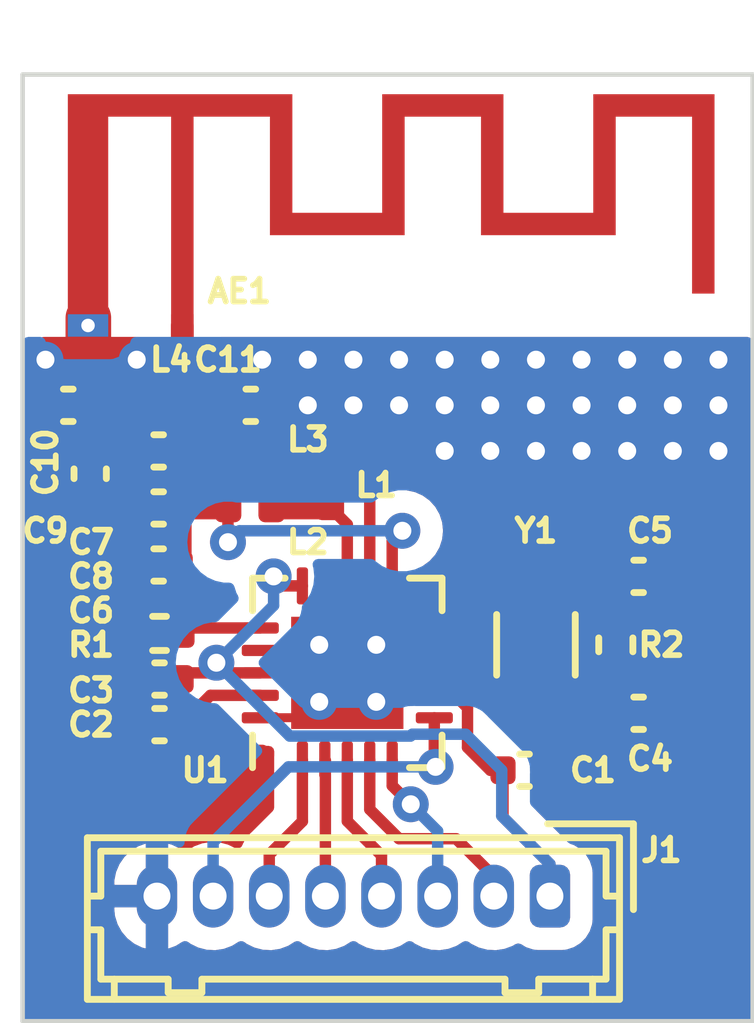
<source format=kicad_pcb>
(kicad_pcb (version 20221018) (generator pcbnew)
  (layers (0 "F.Cu" signal) (31 "B.Cu" signal) (34 "B.Paste" user) (35 "F.Paste" user) (36 "B.SilkS" user "B.Silkscreen") (37 "F.SilkS" user "F.Silkscreen") (38 "B.Mask" user) (39 "F.Mask" user) (44 "Edge.Cuts" user))
  (net 0 "")
  (net 1 "Net-(AE1-A)")
  (net 2 "VDD")
  (net 3 "GND")
  (net 4 "Net-(U1-DVDD)")
  (net 5 "Net-(U1-XC2)")
  (net 6 "Net-(U1-XC1)")
  (net 7 "Net-(U1-VDD_PA)")
  (net 8 "Net-(C7-Pad1)")
  (net 9 "Net-(C10-Pad1)")
  (net 10 "Net-(J1-Pin_2)")
  (net 11 "Net-(J1-Pin_3)")
  (net 12 "Net-(J1-Pin_4)")
  (net 13 "Net-(J1-Pin_5)")
  (net 14 "Net-(J1-Pin_6)")
  (net 15 "Net-(J1-Pin_7)")
  (net 16 "Net-(U1-ANT1)")
  (net 17 "Net-(U1-ANT2)")
  (net 18 "Net-(U1-IREF)")
  (footprint "Capacitor_SMD:C_0402_1005Metric" (layer "F.Cu") (at 158.73 94.488 180)
    (fp_text reference "C6" (at 1.504 -1.016) (layer "F.SilkS") (effects (font (size 0.508 0.508) (thickness 0.1524))))
    (fp_text value "C_Small")
    (fp_line (start -0.107836 -0.36) (end 0.107836 -0.36) (stroke (width 0.1524)) (layer "F.SilkS"))
    (fp_line (start -0.107836 0.36) (end 0.107836 0.36) (stroke (width 0.1524)) (layer "F.SilkS"))
    (pad "1" smd roundrect (at -0.48 0 180) (size 0.56 0.62) (layers "F.Cu" "F.Paste" "F.Mask") (net 7 "Net-(U1-VDD_PA)"))
    (pad "2" smd roundrect (at 0.48 0 180) (size 0.56 0.62) (layers "F.Cu" "F.Paste" "F.Mask") (net 3 "GND"))
  )
  (footprint "Capacitor_SMD:C_0402_1005Metric" (layer "F.Cu") (at 158.75 98.044 180)
    (fp_text reference "C2" (at 1.524 0) (layer "F.SilkS") (effects (font (size 0.508 0.508) (thickness 0.1524))))
    (fp_text value "33n")
    (fp_line (start -0.107836 -0.36) (end 0.107836 -0.36) (stroke (width 0.1524)) (layer "F.SilkS"))
    (fp_line (start -0.107836 0.36) (end 0.107836 0.36) (stroke (width 0.1524)) (layer "F.SilkS"))
    (pad "1" smd roundrect (at -0.48 0 180) (size 0.56 0.62) (layers "F.Cu" "F.Paste" "F.Mask") (net 4 "Net-(U1-DVDD)"))
    (pad "2" smd roundrect (at 0.48 0 180) (size 0.56 0.62) (layers "F.Cu" "F.Paste" "F.Mask") (net 3 "GND"))
  )
  (footprint "Capacitor_SMD:C_0402_1005Metric" (layer "F.Cu") (at 160.782 90.932)
    (fp_text reference "C11" (at -0.508 -1.016) (layer "F.SilkS") (effects (font (size 0.508 0.508) (thickness 0.1524))))
    (fp_text value "Cx")
    (fp_line (start -0.107836 -0.36) (end 0.107836 -0.36) (stroke (width 0.1524)) (layer "F.SilkS"))
    (fp_line (start -0.107836 0.36) (end 0.107836 0.36) (stroke (width 0.1524)) (layer "F.SilkS"))
    (pad "1" smd roundrect (at -0.48 0) (size 0.56 0.62) (layers "F.Cu" "F.Paste" "F.Mask") (net 1 "Net-(AE1-A)"))
    (pad "2" smd roundrect (at 0.48 0) (size 0.56 0.62) (layers "F.Cu" "F.Paste" "F.Mask") (net 3 "GND"))
  )
  (footprint "Crystal:Crystal_SMD_3215-2Pin_3.2x1.5mm" (layer "F.Cu") (at 167.132 96.266 -90)
    (fp_text reference "Y1" (at -2.54 0 -180) (layer "F.SilkS") (effects (font (size 0.508 0.508) (thickness 0.1524))))
    (fp_text value "16MHz")
    (fp_line (start -0.675 -0.875) (end 0.675 -0.875) (stroke (width 0.1524)) (layer "F.SilkS"))
    (fp_line (start -0.675 0.875) (end 0.675 0.875) (stroke (width 0.1524)) (layer "F.SilkS"))
    (pad "1" smd rect (at 1.25 0 270) (size 1 1.8) (layers "F.Cu" "F.Paste" "F.Mask") (net 5 "Net-(U1-XC2)"))
    (pad "2" smd rect (at -1.25 0 270) (size 1 1.8) (layers "F.Cu" "F.Paste" "F.Mask") (net 6 "Net-(U1-XC1)"))
  )
  (footprint "RF_Antenna:Texas_SWRA117D_2.4GHz_Right" (layer "F.Cu") (at 159.258 89.154)
    (fp_text reference "AE1" (at 1.27 -0.762) (layer "F.SilkS") (effects (font (size 0.508 0.508) (thickness 0.1524))))
    (fp_text value "Antenna")
    (fp_poly (pts (xy 2.45 -2.51) (xy 4.45 -2.51) (xy 4.45 -5.15) (xy 7.15 -5.15) (xy 7.15 -2.51) (xy 9.15 -2.51) (xy 9.15 -5.15) (xy 11.85 -5.15) (xy 11.85 -0.71) (xy 11.35 -0.71) (xy 11.35 -4.65) (xy 9.65 -4.65) (xy 9.65 -2.01) (xy 6.65 -2.01) (xy 6.65 -4.65) (xy 4.95 -4.65) (xy 4.95 -2.01) (xy 1.95 -2.01) (xy 1.95 -4.65) (xy 0.25 -4.65) (xy 0.25 0.25) (xy -0.25 0.25) (xy -0.25 -4.65) (xy -1.65 -4.65) (xy -1.65 0.25) (xy -2.55 0.25) (xy -2.55 0.006785) (xy -2.247583 0.006785) (xy -2.237742 0.054395) (xy -2.213674 0.096797) (xy -2.175731 0.129581) (xy -2.167819 0.133935) (xy -2.125156 0.146043) (xy -2.076637 0.1453) (xy -2.031122 0.1324) (xy -2.012511 0.121787) (xy -1.978868 0.086553) (xy -1.958309 0.041368) (xy -1.951778 -0.008158) (xy -1.960218 -0.056417) (xy -1.977112 -0.088643) (xy -2.012372 -0.121313) (xy -2.057682 -0.141408) (xy -2.107267 -0.147982) (xy -2.155353 -0.140092) (xy -2.188245 -0.123186) (xy -2.223185 -0.086416) (xy -2.242847 -0.041622) (xy -2.247583 0.006785) (xy -2.55 0.006785) (xy -2.55 -5.15) (xy 2.45 -5.15) (xy 2.45 -2.51)) (fill solid) (layer "F.Cu"))
    (pad "1" connect rect (at 0 0) (size 0.5 0.5) (layers "F.Cu") (net 1 "Net-(AE1-A)"))
    (pad "2" thru_hole rect (at -2.1 0) (size 0.9 0.5) (drill 0.3) (layers "*.Cu"))
  )
  (footprint "Inductor_SMD:L_0402_1005Metric" (layer "F.Cu") (at 160.762 91.948 180)
    (fp_text reference "L3" (at -1.29 0.254) (layer "F.SilkS") (effects (font (size 0.508 0.508) (thickness 0.1524))))
    (fp_text value "3n9")
    (pad "1" smd roundrect (at -0.485 0 180) (size 0.59 0.64) (layers "F.Cu" "F.Paste" "F.Mask") (net 16 "Net-(U1-ANT1)"))
    (pad "2" smd roundrect (at 0.485 0 180) (size 0.59 0.64) (layers "F.Cu" "F.Paste" "F.Mask") (net 8 "Net-(C7-Pad1)"))
  )
  (footprint "Resistor_SMD:R_0402_1005Metric" (layer "F.Cu") (at 158.75 96.012 180)
    (fp_text reference "R1" (at 1.524 -0.254) (layer "F.SilkS") (effects (font (size 0.508 0.508) (thickness 0.1524))))
    (fp_text value "22k")
    (fp_line (start -0.153641 -0.38) (end 0.153641 -0.38) (stroke (width 0.1524)) (layer "F.SilkS"))
    (fp_line (start -0.153641 0.38) (end 0.153641 0.38) (stroke (width 0.1524)) (layer "F.SilkS"))
    (pad "1" smd roundrect (at -0.51 0 180) (size 0.54 0.64) (layers "F.Cu" "F.Paste" "F.Mask") (net 18 "Net-(U1-IREF)"))
    (pad "2" smd roundrect (at 0.51 0 180) (size 0.54 0.64) (layers "F.Cu" "F.Paste" "F.Mask") (net 3 "GND"))
  )
  (footprint "Capacitor_SMD:C_0402_1005Metric" (layer "F.Cu") (at 158.73 93.218 180)
    (fp_text reference "C8" (at 1.504 -1.524) (layer "F.SilkS") (effects (font (size 0.508 0.508) (thickness 0.1524))))
    (fp_text value "C_Small")
    (fp_line (start -0.107836 -0.36) (end 0.107836 -0.36) (stroke (width 0.1524)) (layer "F.SilkS"))
    (fp_line (start -0.107836 0.36) (end 0.107836 0.36) (stroke (width 0.1524)) (layer "F.SilkS"))
    (pad "1" smd roundrect (at -0.48 0 180) (size 0.56 0.62) (layers "F.Cu" "F.Paste" "F.Mask") (net 7 "Net-(U1-VDD_PA)"))
    (pad "2" smd roundrect (at 0.48 0 180) (size 0.56 0.62) (layers "F.Cu" "F.Paste" "F.Mask") (net 3 "GND"))
  )
  (footprint "Capacitor_SMD:C_0402_1005Metric" (layer "F.Cu") (at 157.206 92.456 -90)
    (fp_text reference "C9" (at 1.27 0.996 -180) (layer "F.SilkS") (effects (font (size 0.508 0.508) (thickness 0.1524))))
    (fp_text value "1p")
    (fp_line (start -0.107836 -0.36) (end 0.107836 -0.36) (stroke (width 0.1524)) (layer "F.SilkS"))
    (fp_line (start -0.107836 0.36) (end 0.107836 0.36) (stroke (width 0.1524)) (layer "F.SilkS"))
    (pad "1" smd roundrect (at -0.48 0 270) (size 0.56 0.62) (layers "F.Cu" "F.Paste" "F.Mask") (net 9 "Net-(C10-Pad1)"))
    (pad "2" smd roundrect (at 0.48 0 270) (size 0.56 0.62) (layers "F.Cu" "F.Paste" "F.Mask") (net 3 "GND"))
  )
  (footprint "Capacitor_SMD:C_0402_1005Metric" (layer "F.Cu") (at 156.718 90.932 180)
    (fp_text reference "C10" (at 0.508 -1.27 90) (layer "F.SilkS") (effects (font (size 0.508 0.508) (thickness 0.1524))))
    (fp_text value "Cx")
    (fp_line (start -0.107836 -0.36) (end 0.107836 -0.36) (stroke (width 0.1524)) (layer "F.SilkS"))
    (fp_line (start -0.107836 0.36) (end 0.107836 0.36) (stroke (width 0.1524)) (layer "F.SilkS"))
    (pad "1" smd roundrect (at -0.48 0 180) (size 0.56 0.62) (layers "F.Cu" "F.Paste" "F.Mask") (net 9 "Net-(C10-Pad1)"))
    (pad "2" smd roundrect (at 0.48 0 180) (size 0.56 0.62) (layers "F.Cu" "F.Paste" "F.Mask") (net 3 "GND"))
  )
  (footprint "Resistor_SMD:R_0402_1005Metric" (layer "F.Cu") (at 168.91 96.266 90)
    (fp_text reference "R2" (at 0 1.016 180) (layer "F.SilkS") (effects (font (size 0.508 0.508) (thickness 0.1524))))
    (fp_text value "10M")
    (fp_line (start -0.153641 -0.38) (end 0.153641 -0.38) (stroke (width 0.1524)) (layer "F.SilkS"))
    (fp_line (start -0.153641 0.38) (end 0.153641 0.38) (stroke (width 0.1524)) (layer "F.SilkS"))
    (pad "1" smd roundrect (at -0.51 0 90) (size 0.54 0.64) (layers "F.Cu" "F.Paste" "F.Mask") (net 5 "Net-(U1-XC2)"))
    (pad "2" smd roundrect (at 0.51 0 90) (size 0.54 0.64) (layers "F.Cu" "F.Paste" "F.Mask") (net 6 "Net-(U1-XC1)"))
  )
  (footprint "Connector_Hirose:Hirose_DF13-08P-1.25DSA_1x08_P1.25mm_Vertical" (layer "F.Cu") (at 167.443 101.862 180)
    (fp_text reference "J1" (at -2.483 1.024) (layer "F.SilkS") (effects (font (size 0.508 0.508) (thickness 0.1524))))
    (fp_text value "Conn_01x08_Pin")
    (fp_line (start -1.86 -0.3) (end -1.86 1.61) (stroke (width 0.1524)) (layer "F.SilkS"))
    (fp_line (start -1.86 1.61) (end 0.05 1.61) (stroke (width 0.1524)) (layer "F.SilkS"))
    (fp_line (start -1.55 -2.3) (end -1.55 1.3) (stroke (width 0.1524)) (layer "F.SilkS"))
    (fp_line (start -1.55 -0.75) (end -1.25 -0.75) (stroke (width 0.1524)) (layer "F.SilkS"))
    (fp_line (start -1.55 0) (end -1.25 0) (stroke (width 0.1524)) (layer "F.SilkS"))
    (fp_line (start -1.55 1.3) (end 10.3 1.3) (stroke (width 0.1524)) (layer "F.SilkS"))
    (fp_line (start -1.25 -1.85) (end -0.95 -1.85) (stroke (width 0.1524)) (layer "F.SilkS"))
    (fp_line (start -1.25 -0.75) (end -1.25 -1.85) (stroke (width 0.1524)) (layer "F.SilkS"))
    (fp_line (start -1.25 0) (end -1.25 1) (stroke (width 0.1524)) (layer "F.SilkS"))
    (fp_line (start -1.25 1) (end 10 1) (stroke (width 0.1524)) (layer "F.SilkS"))
    (fp_line (start -0.95 -1.85) (end -0.95 -2.3) (stroke (width 0.1524)) (layer "F.SilkS"))
    (fp_line (start -0.95 -1.85) (end 0.25 -1.85) (stroke (width 0.1524)) (layer "F.SilkS"))
    (fp_line (start 0.25 -2.15) (end 1 -2.15) (stroke (width 0.1524)) (layer "F.SilkS"))
    (fp_line (start 0.25 -1.85) (end 0.25 -2.15) (stroke (width 0.1524)) (layer "F.SilkS"))
    (fp_line (start 1 -2.15) (end 1 -1.85) (stroke (width 0.1524)) (layer "F.SilkS"))
    (fp_line (start 1 -1.85) (end 7.75 -1.85) (stroke (width 0.1524)) (layer "F.SilkS"))
    (fp_line (start 7.75 -2.15) (end 8.5 -2.15) (stroke (width 0.1524)) (layer "F.SilkS"))
    (fp_line (start 7.75 -1.85) (end 7.75 -2.15) (stroke (width 0.1524)) (layer "F.SilkS"))
    (fp_line (start 8.5 -2.15) (end 8.5 -1.85) (stroke (width 0.1524)) (layer "F.SilkS"))
    (fp_line (start 8.5 -1.85) (end 9.7 -1.85) (stroke (width 0.1524)) (layer "F.SilkS"))
    (fp_line (start 9.7 -1.85) (end 9.7 -2.3) (stroke (width 0.1524)) (layer "F.SilkS"))
    (fp_line (start 10 -1.85) (end 9.7 -1.85) (stroke (width 0.1524)) (layer "F.SilkS"))
    (fp_line (start 10 -0.75) (end 10 -1.85) (stroke (width 0.1524)) (layer "F.SilkS"))
    (fp_line (start 10 0) (end 10.3 0) (stroke (width 0.1524)) (layer "F.SilkS"))
    (fp_line (start 10 1) (end 10 0) (stroke (width 0.1524)) (layer "F.SilkS"))
    (fp_line (start 10.3 -2.3) (end -1.55 -2.3) (stroke (width 0.1524)) (layer "F.SilkS"))
    (fp_line (start 10.3 -0.75) (end 10 -0.75) (stroke (width 0.1524)) (layer "F.SilkS"))
    (fp_line (start 10.3 1.3) (end 10.3 -2.3) (stroke (width 0.1524)) (layer "F.SilkS"))
    (pad "1" thru_hole roundrect (at 0 0 180) (size 0.9 1.4) (drill 0.6) (layers "*.Cu" "*.Mask") (net 2 "VDD"))
    (pad "2" thru_hole oval (at 1.25 0 180) (size 0.9 1.4) (drill 0.6) (layers "*.Cu" "*.Mask") (net 10 "Net-(J1-Pin_2)"))
    (pad "3" thru_hole oval (at 2.5 0 180) (size 0.9 1.4) (drill 0.6) (layers "*.Cu" "*.Mask") (net 11 "Net-(J1-Pin_3)"))
    (pad "4" thru_hole oval (at 3.75 0 180) (size 0.9 1.4) (drill 0.6) (layers "*.Cu" "*.Mask") (net 12 "Net-(J1-Pin_4)"))
    (pad "5" thru_hole oval (at 5 0 180) (size 0.9 1.4) (drill 0.6) (layers "*.Cu" "*.Mask") (net 13 "Net-(J1-Pin_5)"))
    (pad "6" thru_hole oval (at 6.25 0 180) (size 0.9 1.4) (drill 0.6) (layers "*.Cu" "*.Mask") (net 14 "Net-(J1-Pin_6)"))
    (pad "7" thru_hole oval (at 7.5 0 180) (size 0.9 1.4) (drill 0.6) (layers "*.Cu" "*.Mask") (net 15 "Net-(J1-Pin_7)"))
    (pad "8" thru_hole oval (at 8.75 0 180) (size 0.9 1.4) (drill 0.6) (layers "*.Cu" "*.Mask") (net 3 "GND"))
  )
  (footprint "Capacitor_SMD:C_0402_1005Metric" (layer "F.Cu") (at 166.878 99.06)
    (fp_text reference "C1" (at 1.524 0) (layer "F.SilkS") (effects (font (size 0.508 0.508) (thickness 0.1524))))
    (fp_text value "10n")
    (fp_line (start -0.107836 -0.36) (end 0.107836 -0.36) (stroke (width 0.1524)) (layer "F.SilkS"))
    (fp_line (start -0.107836 0.36) (end 0.107836 0.36) (stroke (width 0.1524)) (layer "F.SilkS"))
    (pad "1" smd roundrect (at -0.48 0) (size 0.56 0.62) (layers "F.Cu" "F.Paste" "F.Mask") (net 2 "VDD"))
    (pad "2" smd roundrect (at 0.48 0) (size 0.56 0.62) (layers "F.Cu" "F.Paste" "F.Mask") (net 3 "GND"))
  )
  (footprint "Package_DFN_QFN:QFN-20-1EP_4x4mm_P0.5mm_EP2.5x2.5mm" (layer "F.Cu") (at 162.931 96.891 90)
    (fp_text reference "U1" (at -2.169 -3.165 180) (layer "F.SilkS") (effects (font (size 0.508 0.508) (thickness 0.1524))))
    (fp_text value "NRF24L01")
    (fp_line (start -2.11 2.11) (end -2.11 1.385) (stroke (width 0.1524)) (layer "F.SilkS"))
    (fp_line (start -1.385 -2.11) (end -2.11 -2.11) (stroke (width 0.1524)) (layer "F.SilkS"))
    (fp_line (start -1.385 2.11) (end -2.11 2.11) (stroke (width 0.1524)) (layer "F.SilkS"))
    (fp_line (start 1.385 -2.11) (end 2.11 -2.11) (stroke (width 0.1524)) (layer "F.SilkS"))
    (fp_line (start 1.385 2.11) (end 2.11 2.11) (stroke (width 0.1524)) (layer "F.SilkS"))
    (fp_line (start 2.11 -2.11) (end 2.11 -1.385) (stroke (width 0.1524)) (layer "F.SilkS"))
    (fp_line (start 2.11 2.11) (end 2.11 1.385) (stroke (width 0.1524)) (layer "F.SilkS"))
    (pad "1" smd roundrect (at -1.9375 -1 90) (size 0.825 0.25) (layers "F.Cu" "F.Paste" "F.Mask") (net 14 "Net-(J1-Pin_6)"))
    (pad "2" smd roundrect (at -1.9375 -0.5 90) (size 0.825 0.25) (layers "F.Cu" "F.Paste" "F.Mask") (net 13 "Net-(J1-Pin_5)"))
    (pad "3" smd roundrect (at -1.9375 0 90) (size 0.825 0.25) (layers "F.Cu" "F.Paste" "F.Mask") (net 12 "Net-(J1-Pin_4)"))
    (pad "4" smd roundrect (at -1.9375 0.5 90) (size 0.825 0.25) (layers "F.Cu" "F.Paste" "F.Mask") (net 10 "Net-(J1-Pin_2)"))
    (pad "5" smd roundrect (at -1.9375 1 90) (size 0.825 0.25) (layers "F.Cu" "F.Paste" "F.Mask") (net 11 "Net-(J1-Pin_3)"))
    (pad "6" smd roundrect (at -1 1.9375 90) (size 0.25 0.825) (layers "F.Cu" "F.Paste" "F.Mask") (net 15 "Net-(J1-Pin_7)"))
    (pad "7" smd roundrect (at -0.5 1.9375 90) (size 0.25 0.825) (layers "F.Cu" "F.Paste" "F.Mask") (net 2 "VDD"))
    (pad "8" smd roundrect (at 0 1.9375 90) (size 0.25 0.825) (layers "F.Cu" "F.Paste" "F.Mask") (net 3 "GND"))
    (pad "9" smd roundrect (at 0.5 1.9375 90) (size 0.25 0.825) (layers "F.Cu" "F.Paste" "F.Mask") (net 5 "Net-(U1-XC2)"))
    (pad "10" smd roundrect (at 1 1.9375 90) (size 0.25 0.825) (layers "F.Cu" "F.Paste" "F.Mask") (net 6 "Net-(U1-XC1)"))
    (pad "11" smd roundrect (at 1.9375 1 90) (size 0.825 0.25) (layers "F.Cu" "F.Paste" "F.Mask") (net 7 "Net-(U1-VDD_PA)"))
    (pad "12" smd roundrect (at 1.9375 0.5 90) (size 0.825 0.25) (layers "F.Cu" "F.Paste" "F.Mask") (net 16 "Net-(U1-ANT1)"))
    (pad "13" smd roundrect (at 1.9375 0 90) (size 0.825 0.25) (layers "F.Cu" "F.Paste" "F.Mask") (net 17 "Net-(U1-ANT2)"))
    (pad "14" smd roundrect (at 1.9375 -0.5 90) (size 0.825 0.25) (layers "F.Cu" "F.Paste" "F.Mask") (net 3 "GND"))
    (pad "15" smd roundrect (at 1.9375 -1 90) (size 0.825 0.25) (layers "F.Cu" "F.Paste" "F.Mask") (net 2 "VDD"))
    (pad "16" smd roundrect (at 1 -1.9375 90) (size 0.25 0.825) (layers "F.Cu" "F.Paste" "F.Mask") (net 18 "Net-(U1-IREF)"))
    (pad "17" smd roundrect (at 0.5 -1.9375 90) (size 0.25 0.825) (layers "F.Cu" "F.Paste" "F.Mask") (net 3 "GND"))
    (pad "18" smd roundrect (at 0 -1.9375 90) (size 0.25 0.825) (layers "F.Cu" "F.Paste" "F.Mask") (net 2 "VDD"))
    (pad "19" smd roundrect (at -0.5 -1.9375 90) (size 0.25 0.825) (layers "F.Cu" "F.Paste" "F.Mask") (net 4 "Net-(U1-DVDD)"))
    (pad "20" smd roundrect (at -1 -1.9375 90) (size 0.25 0.825) (layers "F.Cu" "F.Paste" "F.Mask") (net 3 "GND"))
    (pad "21" smd rect (at 0 0 90) (size 2.5 2.5) (layers "F.Cu" "F.Mask"))
  )
  (footprint "Inductor_SMD:L_0402_1005Metric" (layer "F.Cu") (at 158.75 90.932)
    (fp_text reference "L4" (at 0.254 -1.016) (layer "F.SilkS") (effects (font (size 0.508 0.508) (thickness 0.1524))))
    (fp_text value "Lx")
    (pad "1" smd roundrect (at -0.485 0) (size 0.59 0.64) (layers "F.Cu" "F.Paste" "F.Mask") (net 9 "Net-(C10-Pad1)"))
    (pad "2" smd roundrect (at 0.485 0) (size 0.59 0.64) (layers "F.Cu" "F.Paste" "F.Mask") (net 1 "Net-(AE1-A)"))
  )
  (footprint "Capacitor_SMD:C_0402_1005Metric" (layer "F.Cu") (at 169.418 94.742)
    (fp_text reference "C5" (at 0.254 -1.016) (layer "F.SilkS") (effects (font (size 0.508 0.508) (thickness 0.1524))))
    (fp_text value "22p")
    (fp_line (start -0.107836 -0.36) (end 0.107836 -0.36) (stroke (width 0.1524)) (layer "F.SilkS"))
    (fp_line (start -0.107836 0.36) (end 0.107836 0.36) (stroke (width 0.1524)) (layer "F.SilkS"))
    (pad "1" smd roundrect (at -0.48 0) (size 0.56 0.62) (layers "F.Cu" "F.Paste" "F.Mask") (net 6 "Net-(U1-XC1)"))
    (pad "2" smd roundrect (at 0.48 0) (size 0.56 0.62) (layers "F.Cu" "F.Paste" "F.Mask") (net 3 "GND"))
  )
  (footprint "Capacitor_SMD:C_0402_1005Metric" (layer "F.Cu") (at 169.418 97.79)
    (fp_text reference "C4" (at 0.254 1.016) (layer "F.SilkS") (effects (font (size 0.508 0.508) (thickness 0.1524))))
    (fp_text value "22p")
    (fp_line (start -0.107836 -0.36) (end 0.107836 -0.36) (stroke (width 0.1524)) (layer "F.SilkS"))
    (fp_line (start -0.107836 0.36) (end 0.107836 0.36) (stroke (width 0.1524)) (layer "F.SilkS"))
    (pad "1" smd roundrect (at -0.48 0) (size 0.56 0.62) (layers "F.Cu" "F.Paste" "F.Mask") (net 5 "Net-(U1-XC2)"))
    (pad "2" smd roundrect (at 0.48 0) (size 0.56 0.62) (layers "F.Cu" "F.Paste" "F.Mask") (net 3 "GND"))
  )
  (footprint "Capacitor_SMD:C_0402_1005Metric" (layer "F.Cu") (at 158.73 91.948 180)
    (fp_text reference "C7" (at 1.504 -2.032) (layer "F.SilkS") (effects (font (size 0.508 0.508) (thickness 0.1524))))
    (fp_text value "1p5")
    (fp_line (start -0.107836 -0.36) (end 0.107836 -0.36) (stroke (width 0.1524)) (layer "F.SilkS"))
    (fp_line (start -0.107836 0.36) (end 0.107836 0.36) (stroke (width 0.1524)) (layer "F.SilkS"))
    (pad "1" smd roundrect (at -0.48 0 180) (size 0.56 0.62) (layers "F.Cu" "F.Paste" "F.Mask") (net 8 "Net-(C7-Pad1)"))
    (pad "2" smd roundrect (at 0.48 0 180) (size 0.56 0.62) (layers "F.Cu" "F.Paste" "F.Mask") (net 9 "Net-(C10-Pad1)"))
  )
  (footprint "Inductor_SMD:L_0402_1005Metric" (layer "F.Cu") (at 160.762 93.218 180)
    (fp_text reference "L2" (at -1.29 -0.762) (layer "F.SilkS") (effects (font (size 0.508 0.508) (thickness 0.1524))))
    (fp_text value "2n7")
    (pad "1" smd roundrect (at -0.485 0 180) (size 0.59 0.64) (layers "F.Cu" "F.Paste" "F.Mask") (net 17 "Net-(U1-ANT2)"))
    (pad "2" smd roundrect (at 0.485 0 180) (size 0.59 0.64) (layers "F.Cu" "F.Paste" "F.Mask") (net 7 "Net-(U1-VDD_PA)"))
  )
  (footprint "Capacitor_SMD:C_0402_1005Metric" (layer "F.Cu") (at 158.75 97.028 180)
    (fp_text reference "C3" (at 1.524 -0.254) (layer "F.SilkS") (effects (font (size 0.508 0.508) (thickness 0.1524))))
    (fp_text value "1n")
    (fp_line (start -0.107836 -0.36) (end 0.107836 -0.36) (stroke (width 0.1524)) (layer "F.SilkS"))
    (fp_line (start -0.107836 0.36) (end 0.107836 0.36) (stroke (width 0.1524)) (layer "F.SilkS"))
    (pad "1" smd roundrect (at -0.48 0 180) (size 0.56 0.62) (layers "F.Cu" "F.Paste" "F.Mask") (net 2 "VDD"))
    (pad "2" smd roundrect (at 0.48 0 180) (size 0.56 0.62) (layers "F.Cu" "F.Paste" "F.Mask") (net 3 "GND"))
  )
  (footprint "Inductor_SMD:L_0402_1005Metric" (layer "F.Cu") (at 162.54 92.71 -90)
    (fp_text reference "L1" (at 0 -1.036 -180) (layer "F.SilkS") (effects (font (size 0.508 0.508) (thickness 0.1524))))
    (fp_text value "8n2")
    (pad "1" smd roundrect (at -0.485 0 270) (size 0.59 0.64) (layers "F.Cu" "F.Paste" "F.Mask") (net 16 "Net-(U1-ANT1)"))
    (pad "2" smd roundrect (at 0.485 0 270) (size 0.59 0.64) (layers "F.Cu" "F.Paste" "F.Mask") (net 17 "Net-(U1-ANT2)"))
  )
  (gr_line (start 157.165099 88.989114) (end 157.165099 89.878114) (stroke (width 1.016)) (layer "F.Cu"))
  (gr_line (start 162.140795 97.88927) (end 160.870795 97.88927) (stroke (width 0.2)) (layer "F.Cu"))
  (gr_line (start 156.21 89.916) (end 158.242 89.916) (stroke (width 1.016)) (layer "F.Cu"))
  (gr_line (start 162.424589 94.82348) (end 162.424589 96.09348) (stroke (width 0.2)) (layer "F.Cu"))
  (gr_line (start 162.221078 96.390655) (end 160.951078 96.390655) (stroke (width 0.2)) (layer "F.Cu"))
  (gr_line (start 165.017601 96.894653) (end 163.747601 96.894653) (stroke (width 0.2)) (layer "F.Cu"))
  (gr_line (start 159.258 89.154) (end 159.258 90.932) (stroke (width 0.508)) (layer "F.Cu"))
  (gr_line (start 171.958 104.648) (end 171.704 104.648) (stroke (width 0.1)) (layer "Edge.Cuts"))
  (gr_line (start 155.702 104.648) (end 155.702 83.566) (stroke (width 0.1)) (layer "Edge.Cuts"))
  (gr_line (start 171.958 83.566) (end 171.958 104.648) (stroke (width 0.1)) (layer "Edge.Cuts"))
  (gr_line (start 171.704 104.648) (end 155.702 104.648) (stroke (width 0.1)) (layer "Edge.Cuts"))
  (gr_line (start 155.702 83.566) (end 171.958 83.566) (stroke (width 0.1)) (layer "Edge.Cuts"))
  (segment (start 160.302 90.932) (end 159.235 90.932) (width 0.508) (layer "F.Cu") (net 1))
  (segment (start 167.443 101.862) (end 167.443 101.149) (width 0.254) (layer "F.Cu") (net 2))
  (segment (start 161.5015 94.9535) (end 161.29 94.742) (width 0.254) (layer "F.Cu") (net 2))
  (segment (start 159.367 96.891) (end 159.23 97.028) (width 0.254) (layer "F.Cu") (net 2))
  (segment (start 161.931 94.9535) (end 161.5015 94.9535) (width 0.254) (layer "F.Cu") (net 2))
  (segment (start 160.9935 96.891) (end 159.367 96.891) (width 0.254) (layer "F.Cu") (net 2))
  (segment (start 166.116 99.06) (end 166.398 99.06) (width 0.254) (layer "F.Cu") (net 2))
  (segment (start 165.608 97.667164) (end 165.608 98.552) (width 0.254) (layer "F.Cu") (net 2))
  (segment (start 166.398 100.104) (end 166.398 99.06) (width 0.254) (layer "F.Cu") (net 2))
  (segment (start 165.608 98.552) (end 166.116 99.06) (width 0.254) (layer "F.Cu") (net 2))
  (segment (start 164.8685 97.391) (end 165.331836 97.391) (width 0.254) (layer "F.Cu") (net 2))
  (segment (start 167.443 101.149) (end 166.398 100.104) (width 0.254) (layer "F.Cu") (net 2))
  (segment (start 165.331836 97.391) (end 165.608 97.667164) (width 0.254) (layer "F.Cu") (net 2))
  (via (at 161.29 94.742) (size 0.8) (drill 0.4) (layers "F.Cu" "B.Cu") (net 2))
  (via (at 160.016026 96.6645) (size 0.8) (drill 0.4) (layers "F.Cu" "B.Cu") (net 2))
  (segment (start 160.016026 96.6645) (end 161.649526 98.298) (width 0.254) (layer "B.Cu") (net 2))
  (segment (start 165.566683 98.256683) (end 166.37 99.06) (width 0.254) (layer "B.Cu") (net 2))
  (segment (start 161.29 94.742) (end 161.29 95.390526) (width 0.254) (layer "B.Cu") (net 2))
  (segment (start 166.37 99.06) (end 166.37 100.076) (width 0.254) (layer "B.Cu") (net 2))
  (segment (start 161.29 95.390526) (end 160.016026 96.6645) (width 0.254) (layer "B.Cu") (net 2))
  (segment (start 166.37 100.076) (end 167.443 101.149) (width 0.254) (layer "B.Cu") (net 2))
  (segment (start 164.338 98.298) (end 164.379317 98.256683) (width 0.254) (layer "B.Cu") (net 2))
  (segment (start 161.649526 98.298) (end 164.338 98.298) (width 0.254) (layer "B.Cu") (net 2))
  (segment (start 164.379317 98.256683) (end 165.566683 98.256683) (width 0.254) (layer "B.Cu") (net 2))
  (segment (start 167.443 101.149) (end 167.443 101.862) (width 0.254) (layer "B.Cu") (net 2))
  (segment (start 162.431 94.9535) (end 162.431 95.314) (width 0.254) (layer "F.Cu") (net 3))
  (via (at 164.084 90.932) (size 0.8) (drill 0.4) (layers "F.Cu" "B.Cu") (net 3))
  (via (at 169.164 89.916) (size 0.8) (drill 0.4) (layers "F.Cu" "B.Cu") (net 3))
  (via (at 171.196 89.916) (size 0.8) (drill 0.4) (layers "F.Cu" "B.Cu") (net 3))
  (via (at 165.1 89.916) (size 0.8) (drill 0.4) (layers "F.Cu" "B.Cu") (net 3))
  (via (at 162.306 96.266) (size 0.8) (drill 0.4) (layers "F.Cu" "B.Cu") (net 3))
  (via (at 171.196 91.948) (size 0.8) (drill 0.4) (layers "F.Cu" "B.Cu") (net 3))
  (via (at 162.306 97.536) (size 0.8) (drill 0.4) (layers "F.Cu" "B.Cu") (net 3))
  (via (at 169.164 91.948) (size 0.8) (drill 0.4) (layers "F.Cu" "B.Cu") (net 3))
  (via (at 168.148 90.932) (size 0.8) (drill 0.4) (layers "F.Cu" "B.Cu") (net 3))
  (via (at 164.084 89.916) (size 0.8) (drill 0.4) (layers "F.Cu" "B.Cu") (net 3))
  (via (at 170.18 89.916) (size 0.8) (drill 0.4) (layers "F.Cu" "B.Cu") (net 3))
  (via (at 162.052 89.916) (size 0.8) (drill 0.4) (layers "F.Cu" "B.Cu") (net 3))
  (via (at 162.052 90.932) (size 0.8) (drill 0.4) (layers "F.Cu" "B.Cu") (net 3))
  (via (at 165.1 91.948) (size 0.8) (drill 0.4) (layers "F.Cu" "B.Cu") (net 3))
  (via (at 167.132 89.916) (size 0.8) (drill 0.4) (layers "F.Cu" "B.Cu") (net 3))
  (via (at 166.116 90.932) (size 0.8) (drill 0.4) (layers "F.Cu" "B.Cu") (net 3))
  (via (at 165.1 90.932) (size 0.8) (drill 0.4) (layers "F.Cu" "B.Cu") (net 3))
  (via (at 161.036 89.916) (size 0.8) (drill 0.4) (layers "F.Cu" "B.Cu") (net 3))
  (via (at 163.576 96.266) (size 0.8) (drill 0.4) (layers "F.Cu" "B.Cu") (net 3))
  (via (at 169.164 90.932) (size 0.8) (drill 0.4) (layers "F.Cu" "B.Cu") (net 3))
  (via (at 163.068 90.932) (size 0.8) (drill 0.4) (layers "F.Cu" "B.Cu") (net 3))
  (via (at 168.148 89.916) (size 0.8) (drill 0.4) (layers "F.Cu" "B.Cu") (net 3))
  (via (at 156.21 89.916) (size 0.8) (drill 0.4) (layers "F.Cu" "B.Cu") (net 3))
  (via (at 171.196 90.932) (size 0.8) (drill 0.4) (layers "F.Cu" "B.Cu") (net 3))
  (via (at 167.132 90.932) (size 0.8) (drill 0.4) (layers "F.Cu" "B.Cu") (net 3))
  (via (at 166.116 91.948) (size 0.8) (drill 0.4) (layers "F.Cu" "B.Cu") (net 3))
  (via (at 163.068 89.916) (size 0.8) (drill 0.4) (layers "F.Cu" "B.Cu") (net 3))
  (via (at 167.132 91.948) (size 0.8) (drill 0.4) (layers "F.Cu" "B.Cu") (net 3))
  (via (at 166.116 89.916) (size 0.8) (drill 0.4) (layers "F.Cu" "B.Cu") (net 3))
  (via (at 158.242 89.916) (size 0.8) (drill 0.4) (layers "F.Cu" "B.Cu") (net 3))
  (via (at 170.18 91.948) (size 0.8) (drill 0.4) (layers "F.Cu" "B.Cu") (net 3))
  (via (at 163.576 97.536) (size 0.8) (drill 0.4) (layers "F.Cu" "B.Cu") (net 3))
  (via (at 170.18 90.932) (size 0.8) (drill 0.4) (layers "F.Cu" "B.Cu") (net 3))
  (via (at 168.148 91.948) (size 0.8) (drill 0.4) (layers "F.Cu" "B.Cu") (net 3))
  (segment (start 159.883 97.391) (end 159.23 98.044) (width 0.254) (layer "F.Cu") (net 4))
  (segment (start 160.9935 97.391) (end 159.883 97.391) (width 0.254) (layer "F.Cu") (net 4))
  (segment (start 168.938 97.79) (end 168.938 96.804) (width 0.254) (layer "F.Cu") (net 5))
  (segment (start 167.132 96.774) (end 167.132 97.516) (width 0.254) (layer "F.Cu") (net 5))
  (segment (start 168.938 96.804) (end 168.91 96.776) (width 0.254) (layer "F.Cu") (net 5))
  (segment (start 168.938 97.79) (end 167.406 97.79) (width 0.254) (layer "F.Cu") (net 5))
  (segment (start 164.8685 96.391) (end 166.749 96.391) (width 0.254) (layer "F.Cu") (net 5))
  (segment (start 167.406 97.79) (end 167.132 97.516) (width 0.254) (layer "F.Cu") (net 5))
  (segment (start 166.749 96.391) (end 167.132 96.774) (width 0.254) (layer "F.Cu") (net 5))
  (segment (start 166.745 95.891) (end 167.132 95.504) (width 0.254) (layer "F.Cu") (net 6))
  (segment (start 167.406 94.742) (end 167.132 95.016) (width 0.254) (layer "F.Cu") (net 6))
  (segment (start 168.938 94.742) (end 168.938 95.728) (width 0.254) (layer "F.Cu") (net 6))
  (segment (start 168.938 94.742) (end 167.406 94.742) (width 0.254) (layer "F.Cu") (net 6))
  (segment (start 164.8685 95.891) (end 166.745 95.891) (width 0.254) (layer "F.Cu") (net 6))
  (segment (start 167.132 95.504) (end 167.132 95.016) (width 0.254) (layer "F.Cu") (net 6))
  (segment (start 168.938 95.728) (end 168.91 95.756) (width 0.254) (layer "F.Cu") (net 6))
  (segment (start 160.274 93.221) (end 160.277 93.218) (width 0.254) (layer "F.Cu") (net 7))
  (segment (start 163.931 94.9535) (end 163.931 93.9525) (width 0.254) (layer "F.Cu") (net 7))
  (segment (start 160.274 93.98) (end 160.274 93.221) (width 0.254) (layer "F.Cu") (net 7))
  (segment (start 163.931 93.9525) (end 164.1575 93.726) (width 0.254) (layer "F.Cu") (net 7))
  (segment (start 159.21 93.218) (end 159.21 94.488) (width 0.508) (layer "F.Cu") (net 7))
  (segment (start 160.277 93.218) (end 159.21 93.218) (width 0.508) (layer "F.Cu") (net 7))
  (via (at 160.274 93.98) (size 0.8) (drill 0.4) (layers "F.Cu" "B.Cu") (net 7))
  (via (at 164.1575 93.726) (size 0.8) (drill 0.4) (layers "F.Cu" "B.Cu") (net 7))
  (segment (start 160.528 93.726) (end 160.274 93.98) (width 0.254) (layer "B.Cu") (net 7))
  (segment (start 164.1575 93.726) (end 160.528 93.726) (width 0.254) (layer "B.Cu") (net 7))
  (segment (start 159.21 91.948) (end 160.277 91.948) (width 0.508) (layer "F.Cu") (net 8))
  (segment (start 158.265 90.932) (end 158.265 91.933) (width 0.508) (layer "F.Cu") (net 9))
  (segment (start 158.265 91.933) (end 158.25 91.948) (width 0.508) (layer "F.Cu") (net 9))
  (segment (start 157.206 91.976) (end 158.222 91.976) (width 0.508) (layer "F.Cu") (net 9))
  (segment (start 157.198 91.968) (end 157.206 91.976) (width 0.508) (layer "F.Cu") (net 9))
  (segment (start 158.222 91.976) (end 158.25 91.948) (width 0.508) (layer "F.Cu") (net 9))
  (segment (start 157.198 90.932) (end 157.198 91.968) (width 0.508) (layer "F.Cu") (net 9))
  (segment (start 163.431 99.931) (end 164.084 100.584) (width 0.254) (layer "F.Cu") (net 10))
  (segment (start 163.431 98.8285) (end 163.431 99.931) (width 0.254) (layer "F.Cu") (net 10))
  (segment (start 166.193 101.423) (end 166.193 101.862) (width 0.254) (layer "F.Cu") (net 10))
  (segment (start 164.084 100.584) (end 165.354 100.584) (width 0.254) (layer "F.Cu") (net 10))
  (segment (start 165.354 100.584) (end 166.193 101.423) (width 0.254) (layer "F.Cu") (net 10))
  (segment (start 163.931 99.403572) (end 164.343714 99.816286) (width 0.254) (layer "F.Cu") (net 11))
  (segment (start 163.931 98.8285) (end 163.931 99.403572) (width 0.254) (layer "F.Cu") (net 11))
  (via (at 164.343714 99.816286) (size 0.8) (drill 0.4) (layers "F.Cu" "B.Cu") (net 11))
  (segment (start 164.343714 99.816286) (end 164.943 100.415572) (width 0.254) (layer "B.Cu") (net 11))
  (segment (start 164.943 100.415572) (end 164.943 101.862) (width 0.254) (layer "B.Cu") (net 11))
  (segment (start 163.693 100.955) (end 163.693 101.862) (width 0.254) (layer "F.Cu") (net 12))
  (segment (start 162.931 98.8285) (end 162.931 100.193) (width 0.254) (layer "F.Cu") (net 12))
  (segment (start 162.931 100.193) (end 163.693 100.955) (width 0.254) (layer "F.Cu") (net 12))
  (segment (start 162.431 98.8285) (end 162.443 98.8405) (width 0.254) (layer "F.Cu") (net 13))
  (segment (start 162.443 98.8405) (end 162.443 101.862) (width 0.254) (layer "F.Cu") (net 13))
  (segment (start 161.931 98.8285) (end 161.931 100.197) (width 0.254) (layer "F.Cu") (net 14))
  (segment (start 161.193 100.935) (end 161.193 101.862) (width 0.254) (layer "F.Cu") (net 14))
  (segment (start 161.931 100.197) (end 161.193 100.935) (width 0.254) (layer "F.Cu") (net 14))
  (segment (start 164.8685 98.955497) (end 164.896686 98.983683) (width 0.254) (layer "F.Cu") (net 15))
  (segment (start 164.8685 97.891) (end 164.8685 98.955497) (width 0.254) (layer "F.Cu") (net 15))
  (via (at 164.896686 98.983683) (size 0.8) (drill 0.4) (layers "F.Cu" "B.Cu") (net 15))
  (segment (start 159.943 100.661) (end 159.943 101.862) (width 0.254) (layer "B.Cu") (net 15))
  (segment (start 164.896686 98.983683) (end 161.620317 98.983683) (width 0.254) (layer "B.Cu") (net 15))
  (segment (start 161.620317 98.983683) (end 159.943 100.661) (width 0.254) (layer "B.Cu") (net 15))
  (segment (start 163.431 94.9535) (end 163.431 92.565) (width 0.254) (layer "F.Cu") (net 16))
  (segment (start 161.247 91.948) (end 162.263 91.948) (width 0.508) (layer "F.Cu") (net 16))
  (segment (start 163.431 92.565) (end 163.068 92.202) (width 0.254) (layer "F.Cu") (net 16))
  (segment (start 162.263 91.948) (end 162.54 92.225) (width 0.508) (layer "F.Cu") (net 16))
  (segment (start 163.068 92.202) (end 162.563 92.202) (width 0.254) (layer "F.Cu") (net 16))
  (segment (start 162.563 92.202) (end 162.54 92.225) (width 0.254) (layer "F.Cu") (net 16))
  (segment (start 162.931 94.9535) (end 162.931 93.586) (width 0.254) (layer "F.Cu") (net 17))
  (segment (start 161.247 93.218) (end 162.517 93.218) (width 0.508) (layer "F.Cu") (net 17))
  (segment (start 162.931 93.586) (end 162.54 93.195) (width 0.254) (layer "F.Cu") (net 17))
  (segment (start 162.517 93.218) (end 162.54 93.195) (width 0.508) (layer "F.Cu") (net 17))
  (segment (start 159.381 95.891) (end 159.26 96.012) (width 0.254) (layer "F.Cu") (net 18))
  (segment (start 160.9935 95.891) (end 159.381 95.891) (width 0.254) (layer "F.Cu") (net 18))
  (zone (net 3) (net_name "GND") (layer "F.Cu") (priority 1) (connect_pads (clearance 0.5)) (min_thickness 0.25) (fill yes (thermal_gap 0.5) (thermal_bridge_width 0.5))
    (polygon (pts (xy 155.702 89.408) (xy 171.958 89.408) (xy 171.958 104.648) (xy 155.702 104.648)))
  )
  (zone (net 3) (net_name "GND") (layer "B.Cu") (connect_pads (clearance 0.5)) (min_thickness 0.25) (fill yes (thermal_gap 0.5) (thermal_bridge_width 0.5))
    (polygon (pts (xy 155.702 89.408) (xy 171.958 89.408) (xy 171.958 104.648) (xy 155.702 104.648)))
  )
)
</source>
